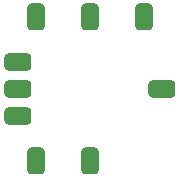
<source format=gbr>
%TF.GenerationSoftware,KiCad,Pcbnew,7.0.6*%
%TF.CreationDate,2024-02-11T15:29:09+09:00*%
%TF.ProjectId,PowerSupply_20240202,506f7765-7253-4757-9070-6c795f323032,rev?*%
%TF.SameCoordinates,Original*%
%TF.FileFunction,Paste,Top*%
%TF.FilePolarity,Positive*%
%FSLAX46Y46*%
G04 Gerber Fmt 4.6, Leading zero omitted, Abs format (unit mm)*
G04 Created by KiCad (PCBNEW 7.0.6) date 2024-02-11 15:29:09*
%MOMM*%
%LPD*%
G01*
G04 APERTURE LIST*
G04 Aperture macros list*
%AMRoundRect*
0 Rectangle with rounded corners*
0 $1 Rounding radius*
0 $2 $3 $4 $5 $6 $7 $8 $9 X,Y pos of 4 corners*
0 Add a 4 corners polygon primitive as box body*
4,1,4,$2,$3,$4,$5,$6,$7,$8,$9,$2,$3,0*
0 Add four circle primitives for the rounded corners*
1,1,$1+$1,$2,$3*
1,1,$1+$1,$4,$5*
1,1,$1+$1,$6,$7*
1,1,$1+$1,$8,$9*
0 Add four rect primitives between the rounded corners*
20,1,$1+$1,$2,$3,$4,$5,0*
20,1,$1+$1,$4,$5,$6,$7,0*
20,1,$1+$1,$6,$7,$8,$9,0*
20,1,$1+$1,$8,$9,$2,$3,0*%
G04 Aperture macros list end*
%ADD10RoundRect,0.381000X-0.381000X0.762000X-0.381000X-0.762000X0.381000X-0.762000X0.381000X0.762000X0*%
%ADD11RoundRect,0.381000X0.762000X0.381000X-0.762000X0.381000X-0.762000X-0.381000X0.762000X-0.381000X0*%
G04 APERTURE END LIST*
D10*
%TO.C,U1*%
X172750000Y-86600298D03*
X168170000Y-86600298D03*
D11*
X166650000Y-82790298D03*
X166650000Y-80500298D03*
X166650000Y-78210298D03*
D10*
X168170000Y-74400298D03*
X172750000Y-74400298D03*
X177330000Y-74400298D03*
D11*
X178850000Y-80500298D03*
%TD*%
M02*

</source>
